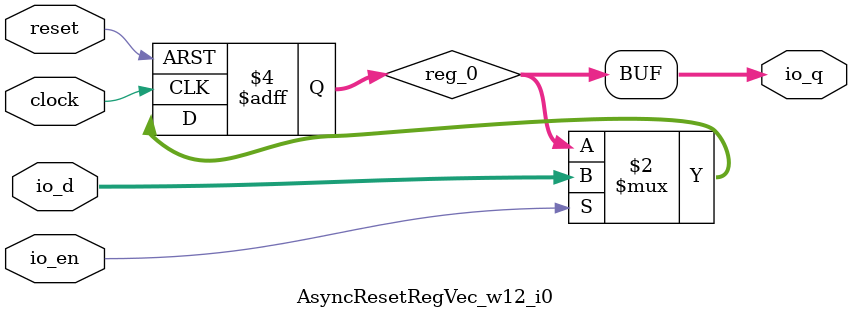
<source format=sv>

`ifndef RANDOMIZE
  `ifdef RANDOMIZE_REG_INIT
    `define RANDOMIZE
  `endif // RANDOMIZE_REG_INIT
`endif // not def RANDOMIZE
`ifndef SYNTHESIS
  `ifndef ENABLE_INITIAL_REG_
    `define ENABLE_INITIAL_REG_
  `endif // not def ENABLE_INITIAL_REG_
`endif // not def SYNTHESIS

// Standard header to adapt well known macros for register randomization.

// RANDOM may be set to an expression that produces a 32-bit random unsigned value.
`ifndef RANDOM
  `define RANDOM $random
`endif // not def RANDOM

// Users can define INIT_RANDOM as general code that gets injected into the
// initializer block for modules with registers.
`ifndef INIT_RANDOM
  `define INIT_RANDOM
`endif // not def INIT_RANDOM

// If using random initialization, you can also define RANDOMIZE_DELAY to
// customize the delay used, otherwise 0.002 is used.
`ifndef RANDOMIZE_DELAY
  `define RANDOMIZE_DELAY 0.002
`endif // not def RANDOMIZE_DELAY

// Define INIT_RANDOM_PROLOG_ for use in our modules below.
`ifndef INIT_RANDOM_PROLOG_
  `ifdef RANDOMIZE
    `ifdef VERILATOR
      `define INIT_RANDOM_PROLOG_ `INIT_RANDOM
    `else  // VERILATOR
      `define INIT_RANDOM_PROLOG_ `INIT_RANDOM #`RANDOMIZE_DELAY begin end
    `endif // VERILATOR
  `else  // RANDOMIZE
    `define INIT_RANDOM_PROLOG_
  `endif // RANDOMIZE
`endif // not def INIT_RANDOM_PROLOG_
module AsyncResetRegVec_w12_i0(	// @[generators/rocket-chip/src/main/scala/util/AsyncResetReg.scala:56:7]
  input         clock,	// @[generators/rocket-chip/src/main/scala/util/AsyncResetReg.scala:56:7]
  input         reset,	// @[generators/rocket-chip/src/main/scala/util/AsyncResetReg.scala:56:7]
  input  [11:0] io_d,	// @[generators/rocket-chip/src/main/scala/util/AsyncResetReg.scala:59:14]
  output [11:0] io_q,	// @[generators/rocket-chip/src/main/scala/util/AsyncResetReg.scala:59:14]
  input         io_en	// @[generators/rocket-chip/src/main/scala/util/AsyncResetReg.scala:59:14]
);

  reg [11:0] reg_0;	// @[generators/rocket-chip/src/main/scala/util/AsyncResetReg.scala:61:50]
  always @(posedge clock or posedge reset) begin	// @[generators/rocket-chip/src/main/scala/util/AsyncResetReg.scala:56:7]
    if (reset)	// @[generators/rocket-chip/src/main/scala/util/AsyncResetReg.scala:56:7]
      reg_0 <= 12'h0;	// @[generators/rocket-chip/src/main/scala/util/AsyncResetReg.scala:61:50]
    else if (io_en)	// @[generators/rocket-chip/src/main/scala/util/AsyncResetReg.scala:59:14]
      reg_0 <= io_d;	// @[generators/rocket-chip/src/main/scala/util/AsyncResetReg.scala:61:50]
  end // always @(posedge, posedge)
  `ifdef ENABLE_INITIAL_REG_	// @[generators/rocket-chip/src/main/scala/util/AsyncResetReg.scala:56:7]
    `ifdef FIRRTL_BEFORE_INITIAL	// @[generators/rocket-chip/src/main/scala/util/AsyncResetReg.scala:56:7]
      `FIRRTL_BEFORE_INITIAL	// @[generators/rocket-chip/src/main/scala/util/AsyncResetReg.scala:56:7]
    `endif // FIRRTL_BEFORE_INITIAL
    logic [31:0] _RANDOM[0:0];	// @[generators/rocket-chip/src/main/scala/util/AsyncResetReg.scala:56:7]
    initial begin	// @[generators/rocket-chip/src/main/scala/util/AsyncResetReg.scala:56:7]
      `ifdef INIT_RANDOM_PROLOG_	// @[generators/rocket-chip/src/main/scala/util/AsyncResetReg.scala:56:7]
        `INIT_RANDOM_PROLOG_	// @[generators/rocket-chip/src/main/scala/util/AsyncResetReg.scala:56:7]
      `endif // INIT_RANDOM_PROLOG_
      `ifdef RANDOMIZE_REG_INIT	// @[generators/rocket-chip/src/main/scala/util/AsyncResetReg.scala:56:7]
        _RANDOM[/*Zero width*/ 1'b0] = `RANDOM;	// @[generators/rocket-chip/src/main/scala/util/AsyncResetReg.scala:56:7]
        reg_0 = _RANDOM[/*Zero width*/ 1'b0][11:0];	// @[generators/rocket-chip/src/main/scala/util/AsyncResetReg.scala:56:7, :61:50]
      `endif // RANDOMIZE_REG_INIT
      if (reset)	// @[generators/rocket-chip/src/main/scala/util/AsyncResetReg.scala:56:7]
        reg_0 = 12'h0;	// @[generators/rocket-chip/src/main/scala/util/AsyncResetReg.scala:61:50]
    end // initial
    `ifdef FIRRTL_AFTER_INITIAL	// @[generators/rocket-chip/src/main/scala/util/AsyncResetReg.scala:56:7]
      `FIRRTL_AFTER_INITIAL	// @[generators/rocket-chip/src/main/scala/util/AsyncResetReg.scala:56:7]
    `endif // FIRRTL_AFTER_INITIAL
  `endif // ENABLE_INITIAL_REG_
  assign io_q = reg_0;	// @[generators/rocket-chip/src/main/scala/util/AsyncResetReg.scala:56:7, :61:50]
endmodule


</source>
